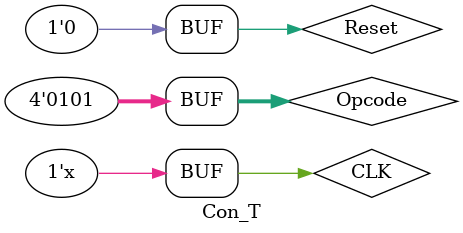
<source format=v>
`timescale 1ns / 1ps


module Con_T;

	// Inputs
	reg [3:0] Opcode;
	reg CLK;
	reg Reset;

	// Outputs
	wire [2:0] ALUOp;
	wire Beq;
	wire Bne;
	wire PCWrite;
	wire [1:0] PCSource;
	wire MemWrite;
	wire IRWrite;
	wire MDRWrite;
	wire [2:0] IorD;
	wire RegWrite;
	wire [2:0] RegSrc;
	wire [1:0] ALUSrc1;
	wire [1:0] ALUSrc2;
	wire [1:0] ALUoutSrc;
	wire [4:0] current_state;
	wire [4:0] next_state;
	wire DataSrc;

	// Instantiate the Unit Under Test (UUT)
	MIPS_control_unit uut (
		.ALUOp(ALUOp), 
		.Beq(Beq), 
		.Bne(Bne), 
		.PCWrite(PCWrite), 
		.PCSource(PCSource), 
		.MemWrite(MemWrite), 
		.IRWrite(IRWrite), 
		.MDRWrite(MDRWrite), 
		.IorD(IorD), 
		.RegWrite(RegWrite), 
		.RegSrc(RegSrc), 
		.ALUSrc1(ALUSrc1), 
		.ALUSrc2(ALUSrc2), 
		.ALUoutSrc(ALUoutSrc), 
		.Opcode(Opcode), 
		.current_state(current_state), 
		.next_state(next_state), 
		.CLK(CLK), 
		.Reset(Reset), 
		.DataSrc(DataSrc)
	);

	initial begin
		// Initialize Inputs
		Opcode = 0;
		CLK = 1;
		Reset = 0;

		// Wait 100 ns for global reset to finish
		#400;
		Reset = 1;
		#400
		Reset = 0;
      Opcode = 16'b1111;
		#400;
		Opcode = 16'b0101;
		// Add stimulus here

	    end
    	always begin
		#100 CLK = ~CLK;
		end 
endmodule


</source>
